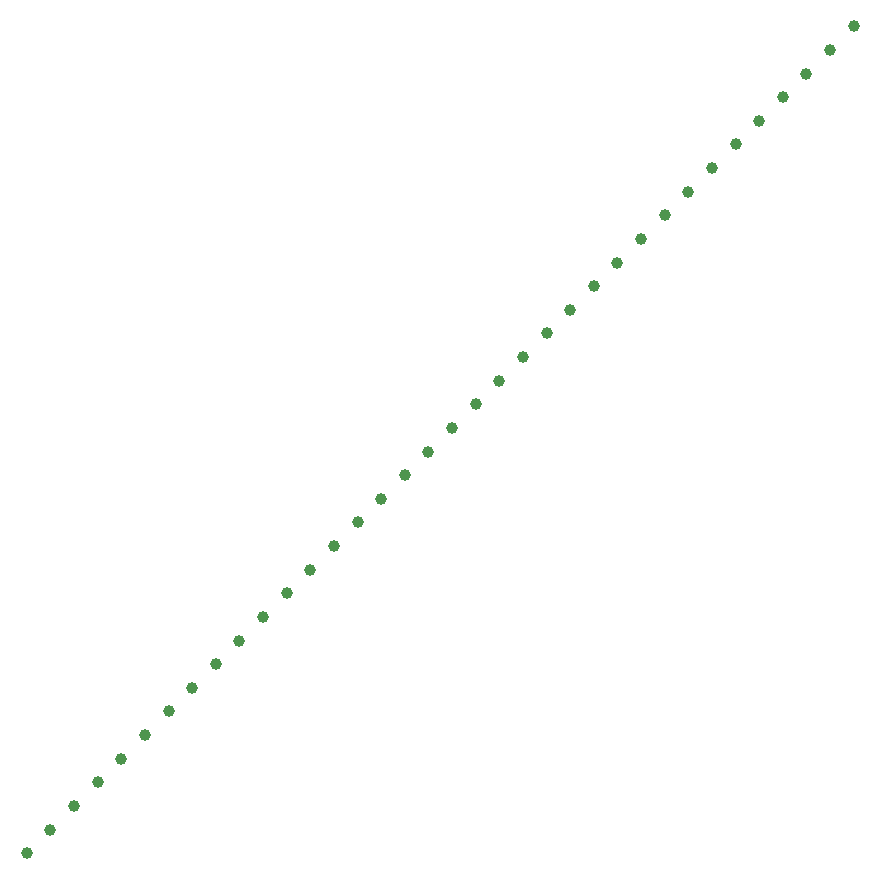
<source format=gbr>
G04 Examples for testing time performance of Gerber parsers*
%FSLAX26Y26*%
%MOMM*%
%ADD10C,1*%
%LPD*%
D10*
X0Y0D03*
X2000000Y2000000D03*
X4000000Y4000000D03*
X6000000Y6000000D03*
X8000000Y8000000D03*
X10000000Y10000000D03*
X12000000Y12000000D03*
X14000000Y14000000D03*
X16000000Y16000000D03*
X18000000Y18000000D03*
X20000000Y20000000D03*
X22000000Y22000000D03*
X24000000Y24000000D03*
X26000000Y26000000D03*
X28000000Y28000000D03*
X30000000Y30000000D03*
X32000000Y32000000D03*
X34000000Y34000000D03*
X36000000Y36000000D03*
X38000000Y38000000D03*
X40000000Y40000000D03*
X42000000Y42000000D03*
X44000000Y44000000D03*
X46000000Y46000000D03*
X48000000Y48000000D03*
X50000000Y50000000D03*
X52000000Y52000000D03*
X54000000Y54000000D03*
X56000000Y56000000D03*
X58000000Y58000000D03*
X60000000Y60000000D03*
X62000000Y62000000D03*
X64000000Y64000000D03*
X66000000Y66000000D03*
X68000000Y68000000D03*
X70000000Y70000000D03*
M02*

</source>
